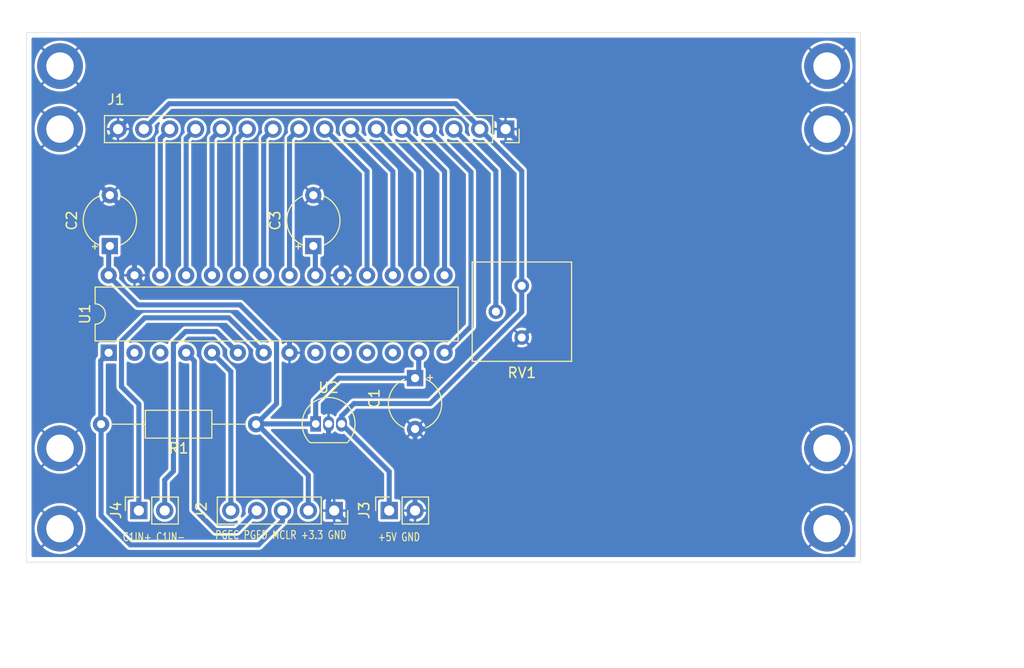
<source format=kicad_pcb>
(kicad_pcb (version 20240108) (generator "pcbnew") (generator_version "8.0")
  (layers (0 "F.Cu" signal) (31 "B.Cu" signal) (34 "B.Paste" user) (35 "F.Paste" user) (36 "B.SilkS" user "B.Silkscreen") (37 "F.SilkS" user "F.Silkscreen") (38 "B.Mask" user) (39 "F.Mask" user) (44 "Edge.Cuts" user))
  (net 0 "")
  (net 1 "GND")
  (net 2 "+3.3V")
  (net 3 "Net-(U1-VCAP)")
  (net 4 "Net-(J1-Pin_8)")
  (net 5 "Net-(J1-Pin_6)")
  (net 6 "Net-(J1-Pin_7)")
  (net 7 "Net-(J1-Pin_9)")
  (net 8 "Net-(J1-Pin_3)")
  (net 9 "+5V")
  (net 10 "Net-(J1-Pin_13)")
  (net 11 "Net-(J1-Pin_10)")
  (net 12 "Net-(J1-Pin_11)")
  (net 13 "Net-(J1-Pin_14)")
  (net 14 "Net-(J1-Pin_12)")
  (net 15 "Net-(J1-Pin_4)")
  (net 16 "Net-(J1-Pin_5)")
  (net 17 "Net-(J2-Pin_4)")
  (net 18 "Net-(J2-Pin_3)")
  (net 19 "Net-(J2-Pin_5)")
  (net 20 "Net-(J4-Pin_2)")
  (net 21 "Net-(J4-Pin_1)")
  (footprint "Capacitor_THT:CP_Radial_Tantal_D5.0mm_P5.00mm" (layer "F.Cu") (at 64.5 51 90)
    (property "Reference" "C3" (at 2.5 -3.75 90) (layer "F.SilkS"))
    (property "Value" "10uF")
    (fp_line (start -0.054775 -1.725) (end -0.054775 -1.225) (stroke (width 0.12)) (layer "F.SilkS"))
    (fp_line (start -0.304775 -1.475) (end 0.195225 -1.475) (stroke (width 0.12)) (layer "F.SilkS"))
    (fp_arc (start 0.104003 -1.06) (mid 2.5 -2.62) (end 4.895997 -1.06) (stroke (width 0.12)) (layer "F.SilkS"))
    (fp_arc (start 4.895997 1.06) (mid 2.5 2.62) (end 0.104003 1.06) (stroke (width 0.12)) (layer "F.SilkS"))
    (pad "1" thru_hole rect (at 0 0 90) (size 1.6 1.6) (drill 0.8) (layers "*.Cu" "*.Mask") (net 3 "Net-(U1-VCAP)"))
    (pad "2" thru_hole circle (at 5 0 90) (size 1.6 1.6) (drill 0.8) (layers "*.Cu" "*.Mask") (net 1 "GND"))
  )
  (footprint "MountingHole:MountingHole_2.7mm_M2.5_ISO7380_Pad" (layer "F.Cu") (at 39.6 78.8)
    (property "Reference" "H7" (hide yes))
    (property "Value" "MH_2.7")
    (pad "1" thru_hole circle (at 0 0) (size 4.5 4.5) (drill 2.7) (layers "*.Cu" "*.Mask") (net 1 "GND"))
  )
  (footprint "MountingHole:MountingHole_2.7mm_M2.5_ISO7380_Pad" (layer "F.Cu") (at 39.6 33.3)
    (property "Reference" "H1" (hide yes))
    (property "Value" "MH_2.7")
    (pad "1" thru_hole circle (at 0 0) (size 4.5 4.5) (drill 2.7) (layers "*.Cu" "*.Mask") (net 1 "GND"))
  )
  (footprint "Connector_PinSocket_2.54mm:PinSocket_1x02_P2.54mm_Vertical" (layer "F.Cu") (at 47.35 77.025 90)
    (property "Reference" "J4" (at 0.025 -2.25 90) (layer "F.SilkS"))
    (property "Value" "PinSoc02CAN")
    (fp_line (start 1.33 -1.33) (end 1.33 0) (stroke (width 0.12)) (layer "F.SilkS"))
    (fp_line (start 0 -1.33) (end 1.33 -1.33) (stroke (width 0.12)) (layer "F.SilkS"))
    (fp_line (start 1.33 1.27) (end 1.33 3.87) (stroke (width 0.12)) (layer "F.SilkS"))
    (fp_line (start -1.33 1.27) (end 1.33 1.27) (stroke (width 0.12)) (layer "F.SilkS"))
    (fp_line (start -1.33 1.27) (end -1.33 3.87) (stroke (width 0.12)) (layer "F.SilkS"))
    (fp_line (start -1.33 3.87) (end 1.33 3.87) (stroke (width 0.12)) (layer "F.SilkS"))
    (pad "1" thru_hole rect (at 0 0 90) (size 1.7 1.7) (drill 1) (layers "*.Cu" "*.Mask") (net 21 "Net-(J4-Pin_1)"))
    (pad "2" thru_hole oval (at 0 2.54 90) (size 1.7 1.7) (drill 1) (layers "*.Cu" "*.Mask") (net 20 "Net-(J4-Pin_2)"))
  )
  (footprint "Capacitor_THT:CP_Radial_Tantal_D5.0mm_P5.00mm" (layer "F.Cu") (at 44.5 51 90)
    (property "Reference" "C2" (at 2.5 -3.75 90) (layer "F.SilkS"))
    (property "Value" "100nF")
    (fp_line (start -0.054775 -1.725) (end -0.054775 -1.225) (stroke (width 0.12)) (layer "F.SilkS"))
    (fp_line (start -0.304775 -1.475) (end 0.195225 -1.475) (stroke (width 0.12)) (layer "F.SilkS"))
    (fp_arc (start 0.104003 -1.06) (mid 2.5 -2.62) (end 4.895997 -1.06) (stroke (width 0.12)) (layer "F.SilkS"))
    (fp_arc (start 4.895997 1.06) (mid 2.5 2.62) (end 0.104003 1.06) (stroke (width 0.12)) (layer "F.SilkS"))
    (pad "1" thru_hole rect (at 0 0 90) (size 1.6 1.6) (drill 0.8) (layers "*.Cu" "*.Mask") (net 2 "+3.3V"))
    (pad "2" thru_hole circle (at 5 0 90) (size 1.6 1.6) (drill 0.8) (layers "*.Cu" "*.Mask") (net 1 "GND"))
  )
  (footprint "MountingHole:MountingHole_2.7mm_M2.5_ISO7380_Pad" (layer "F.Cu") (at 39.6 39.5)
    (property "Reference" "H2" (hide yes))
    (property "Value" "MH_2.7")
    (pad "1" thru_hole circle (at 0 0) (size 4.5 4.5) (drill 2.7) (layers "*.Cu" "*.Mask") (net 1 "GND"))
  )
  (footprint "Package_TO_SOT_THT:TO-92_Inline" (layer "F.Cu") (at 64.73 68.5)
    (property "Reference" "U2" (at 1.27 -3.56 0) (layer "F.SilkS"))
    (property "Value" "LM2936-3.3_TO92")
    (fp_line (start -0.53 1.85) (end 3.07 1.85) (stroke (width 0.12)) (layer "F.SilkS"))
    (fp_arc (start -0.568478 1.838478) (mid -1.132087 -0.994977) (end 1.27 -2.6) (stroke (width 0.12)) (layer "F.SilkS"))
    (fp_arc (start 1.27 -2.6) (mid 3.672087 -0.994977) (end 3.108478 1.838478) (stroke (width 0.12)) (layer "F.SilkS"))
    (pad "1" thru_hole rect (at 0 0) (size 1.05 1.5) (drill 0.75) (layers "*.Cu" "*.Mask") (net 2 "+3.3V"))
    (pad "2" thru_hole oval (at 1.27 0) (size 1.05 1.5) (drill 0.75) (layers "*.Cu" "*.Mask") (net 1 "GND"))
    (pad "3" thru_hole oval (at 2.54 0) (size 1.05 1.5) (drill 0.75) (layers "*.Cu" "*.Mask") (net 9 "+5V"))
  )
  (footprint "Capacitor_THT:CP_Radial_Tantal_D5.0mm_P5.00mm" (layer "F.Cu") (at 74.5 64 -90)
    (property "Reference" "C1" (at 2 4 90) (layer "F.SilkS"))
    (property "Value" "100nF")
    (fp_line (start -0.304775 -1.475) (end 0.195225 -1.475) (stroke (width 0.12)) (layer "F.SilkS"))
    (fp_line (start -0.054775 -1.725) (end -0.054775 -1.225) (stroke (width 0.12)) (layer "F.SilkS"))
    (fp_arc (start 4.895997 1.06) (mid 2.5 2.62) (end 0.104003 1.06) (stroke (width 0.12)) (layer "F.SilkS"))
    (fp_arc (start 0.104003 -1.06) (mid 2.5 -2.62) (end 4.895997 -1.06) (stroke (width 0.12)) (layer "F.SilkS"))
    (pad "1" thru_hole rect (at 0 0 270) (size 1.6 1.6) (drill 0.8) (layers "*.Cu" "*.Mask") (net 2 "+3.3V"))
    (pad "2" thru_hole circle (at 5 0 270) (size 1.6 1.6) (drill 0.8) (layers "*.Cu" "*.Mask") (net 1 "GND"))
  )
  (footprint "Connector_PinSocket_2.54mm:PinSocket_1x02_P2.54mm_Vertical" (layer "F.Cu") (at 71.96 77.025 90)
    (property "Reference" "J3" (at 0.025 -2.46 90) (layer "F.SilkS"))
    (property "Value" "PinSoc02+5V")
    (fp_line (start 1.33 -1.33) (end 1.33 0) (stroke (width 0.12)) (layer "F.SilkS"))
    (fp_line (start 0 -1.33) (end 1.33 -1.33) (stroke (width 0.12)) (layer "F.SilkS"))
    (fp_line (start 1.33 1.27) (end 1.33 3.87) (stroke (width 0.12)) (layer "F.SilkS"))
    (fp_line (start -1.33 1.27) (end 1.33 1.27) (stroke (width 0.12)) (layer "F.SilkS"))
    (fp_line (start -1.33 1.27) (end -1.33 3.87) (stroke (width 0.12)) (layer "F.SilkS"))
    (fp_line (start -1.33 3.87) (end 1.33 3.87) (stroke (width 0.12)) (layer "F.SilkS"))
    (pad "1" thru_hole rect (at 0 0 90) (size 1.7 1.7) (drill 1) (layers "*.Cu" "*.Mask") (net 9 "+5V"))
    (pad "2" thru_hole oval (at 0 2.54 90) (size 1.7 1.7) (drill 1) (layers "*.Cu" "*.Mask") (net 1 "GND"))
  )
  (footprint "Potentiometer_THT:Potentiometer_Bourns_3386P_Vertical" (layer "F.Cu") (at 84.985 54.92 180)
    (property "Reference" "RV1" (at -0.015 -8.555 0) (layer "F.SilkS"))
    (property "Value" "20k_Potentiometer")
    (fp_line (start 4.87 -7.425) (end 4.87 2.345) (stroke (width 0.12)) (layer "F.SilkS"))
    (fp_line (start -4.9 2.345) (end 4.87 2.345) (stroke (width 0.12)) (layer "F.SilkS"))
    (fp_line (start -4.9 -7.425) (end 4.87 -7.425) (stroke (width 0.12)) (layer "F.SilkS"))
    (fp_line (start -4.9 -7.425) (end -4.9 2.345) (stroke (width 0.12)) (layer "F.SilkS"))
    (pad "1" thru_hole circle (at 0 0 180) (size 1.44 1.44) (drill 0.8) (layers "*.Cu" "*.Mask") (net 9 "+5V"))
    (pad "2" thru_hole circle (at 2.54 -2.54 180) (size 1.44 1.44) (drill 0.8) (layers "*.Cu" "*.Mask") (net 8 "Net-(J1-Pin_3)"))
    (pad "3" thru_hole circle (at 0 -5.08 180) (size 1.44 1.44) (drill 0.8) (layers "*.Cu" "*.Mask") (net 1 "GND"))
  )
  (footprint "MountingHole:MountingHole_2.7mm_M2.5_ISO7380_Pad" (layer "F.Cu") (at 39.6 70.9)
    (property "Reference" "H8" (hide yes))
    (property "Value" "MH_2.7")
    (pad "1" thru_hole circle (at 0 0) (size 4.5 4.5) (drill 2.7) (layers "*.Cu" "*.Mask") (net 1 "GND"))
  )
  (footprint "MountingHole:MountingHole_2.7mm_M2.5_ISO7380_Pad" (layer "F.Cu") (at 115 70.9)
    (property "Reference" "H6" (hide yes))
    (property "Value" "MH_2.7")
    (pad "1" thru_hole circle (at 0 0) (size 4.5 4.5) (drill 2.7) (layers "*.Cu" "*.Mask") (net 1 "GND"))
  )
  (footprint "Connector_PinSocket_2.54mm:PinSocket_1x16_P2.54mm_Vertical" (layer "F.Cu") (at 83.4 39.5 -90)
    (property "Reference" "J1" (at -2.9 38.3 180) (layer "F.SilkS"))
    (property "Value" "PinSoc16LCD")
    (fp_line (start -1.33 39.43) (end 1.33 39.43) (stroke (width 0.12)) (layer "F.SilkS"))
    (fp_line (start -1.33 1.27) (end -1.33 39.43) (stroke (width 0.12)) (layer "F.SilkS"))
    (fp_line (start -1.33 1.27) (end 1.33 1.27) (stroke (width 0.12)) (layer "F.SilkS"))
    (fp_line (start 1.33 1.27) (end 1.33 39.43) (stroke (width 0.12)) (layer "F.SilkS"))
    (fp_line (start 0 -1.33) (end 1.33 -1.33) (stroke (width 0.12)) (layer "F.SilkS"))
    (fp_line (start 1.33 -1.33) (end 1.33 0) (stroke (width 0.12)) (layer "F.SilkS"))
    (pad "1" thru_hole rect (at 0 0 270) (size 1.7 1.7) (drill 1) (layers "*.Cu" "*.Mask") (net 1 "GND"))
    (pad "2" thru_hole oval (at 0 2.54 270) (size 1.7 1.7) (drill 1) (layers "*.Cu" "*.Mask") (net 9 "+5V"))
    (pad "3" thru_hole oval (at 0 5.08 270) (size 1.7 1.7) (drill 1) (layers "*.Cu" "*.Mask") (net 8 "Net-(J1-Pin_3)"))
    (pad "4" thru_hole oval (at 0 7.62 270) (size 1.7 1.7) (drill 1) (layers "*.Cu" "*.Mask") (net 15 "Net-(J1-Pin_4)"))
    (pad "5" thru_hole oval (at 0 10.16 270) (size 1.7 1.7) (drill 1) (layers "*.Cu" "*.Mask") (net 16 "Net-(J1-Pin_5)"))
    (pad "6" thru_hole oval (at 0 12.7 270) (size 1.7 1.7) (drill 1) (layers "*.Cu" "*.Mask") (net 5 "Net-(J1-Pin_6)"))
    (pad "7" thru_hole oval (at 0 15.24 270) (size 1.7 1.7) (drill 1) (layers "*.Cu" "*.Mask") (net 6 "Net-(J1-Pin_7)"))
    (pad "8" thru_hole oval (at 0 17.78 270) (size 1.7 1.7) (drill 1) (layers "*.Cu" "*.Mask") (net 4 "Net-(J1-Pin_8)"))
    (pad "9" thru_hole oval (at 0 20.32 270) (size 1.7 1.7) (drill 1) (layers "*.Cu" "*.Mask") (net 7 "Net-(J1-Pin_9)"))
    (pad "10" thru_hole oval (at 0 22.86 270) (size 1.7 1.7) (drill 1) (layers "*.Cu" "*.Mask") (net 11 "Net-(J1-Pin_10)"))
    (pad "11" thru_hole oval (at 0 25.4 270) (size 1.7 1.7) (drill 1) (layers "*.Cu" "*.Mask") (net 12 "Net-(J1-Pin_11)"))
    (pad "12" thru_hole oval (at 0 27.94 270) (size 1.7 1.7) (drill 1) (layers "*.Cu" "*.Mask") (net 14 "Net-(J1-Pin_12)"))
    (pad "13" thru_hole oval (at 0 30.48 270) (size 1.7 1.7) (drill 1) (layers "*.Cu" "*.Mask") (net 10 "Net-(J1-Pin_13)"))
    (pad "14" thru_hole oval (at 0 33.02 270) (size 1.7 1.7) (drill 1) (layers "*.Cu" "*.Mask") (net 13 "Net-(J1-Pin_14)"))
    (pad "15" thru_hole oval (at 0 35.56 270) (size 1.7 1.7) (drill 1) (layers "*.Cu" "*.Mask") (net 9 "+5V"))
    (pad "16" thru_hole oval (at 0 38.1 270) (size 1.7 1.7) (drill 1) (layers "*.Cu" "*.Mask") (net 1 "GND"))
  )
  (footprint "MountingHole:MountingHole_2.7mm_M2.5_ISO7380_Pad" (layer "F.Cu") (at 115 78.8)
    (property "Reference" "H5" (hide yes))
    (property "Value" "MH_2.7")
    (pad "1" thru_hole circle (at 0 0) (size 4.5 4.5) (drill 2.7) (layers "*.Cu" "*.Mask") (net 1 "GND"))
  )
  (footprint "Connector_PinSocket_2.54mm:PinSocket_1x05_P2.54mm_Vertical" (layer "F.Cu") (at 66.55 77.025 -90)
    (property "Reference" "J2" (at -0.025 13.05 90) (layer "F.SilkS"))
    (property "Value" "PinSoc05JTAG")
    (fp_line (start -1.33 11.49) (end 1.33 11.49) (stroke (width 0.12)) (layer "F.SilkS"))
    (fp_line (start -1.33 1.27) (end -1.33 11.49) (stroke (width 0.12)) (layer "F.SilkS"))
    (fp_line (start -1.33 1.27) (end 1.33 1.27) (stroke (width 0.12)) (layer "F.SilkS"))
    (fp_line (start 1.33 1.27) (end 1.33 11.49) (stroke (width 0.12)) (layer "F.SilkS"))
    (fp_line (start 0 -1.33) (end 1.33 -1.33) (stroke (width 0.12)) (layer "F.SilkS"))
    (fp_line (start 1.33 -1.33) (end 1.33 0) (stroke (width 0.12)) (layer "F.SilkS"))
    (pad "1" thru_hole rect (at 0 0 270) (size 1.7 1.7) (drill 1) (layers "*.Cu" "*.Mask") (net 1 "GND"))
    (pad "2" thru_hole oval (at 0 2.54 270) (size 1.7 1.7) (drill 1) (layers "*.Cu" "*.Mask") (net 2 "+3.3V"))
    (pad "3" thru_hole oval (at 0 5.08 270) (size 1.7 1.7) (drill 1) (layers "*.Cu" "*.Mask") (net 18 "Net-(J2-Pin_3)"))
    (pad "4" thru_hole oval (at 0 7.62 270) (size 1.7 1.7) (drill 1) (layers "*.Cu" "*.Mask") (net 17 "Net-(J2-Pin_4)"))
    (pad "5" thru_hole oval (at 0 10.16 270) (size 1.7 1.7) (drill 1) (layers "*.Cu" "*.Mask") (net 19 "Net-(J2-Pin_5)"))
  )
  (footprint "Resistor_THT:R_Axial_DIN0207_L6.3mm_D2.5mm_P15.24mm_Horizontal" (layer "F.Cu") (at 58.8772 68.5292 180)
    (property "Reference" "R1" (at 7.62 -2.37 0) (layer "F.SilkS"))
    (property "Value" "10k")
    (fp_line (start 14.2 0) (end 10.89 0) (stroke (width 0.12)) (layer "F.SilkS"))
    (fp_line (start 10.89 1.37) (end 10.89 -1.37) (stroke (width 0.12)) (layer "F.SilkS"))
    (fp_line (start 10.89 -1.37) (end 4.35 -1.37) (stroke (width 0.12)) (layer "F.SilkS"))
    (fp_line (start 4.35 1.37) (end 10.89 1.37) (stroke (width 0.12)) (layer "F.SilkS"))
    (fp_line (start 4.35 -1.37) (end 4.35 1.37) (stroke (width 0.12)) (layer "F.SilkS"))
    (fp_line (start 1.04 0) (end 4.35 0) (stroke (width 0.12)) (layer "F.SilkS"))
    (pad "1" thru_hole circle (at 0 0 180) (size 1.6 1.6) (drill 0.8) (layers "*.Cu" "*.Mask") (net 2 "+3.3V"))
    (pad "2" thru_hole oval (at 15.24 0 180) (size 1.6 1.6) (drill 0.8) (layers "*.Cu" "*.Mask") (net 18 "Net-(J2-Pin_3)"))
  )
  (footprint "MountingHole:MountingHole_2.7mm_M2.5_ISO7380_Pad" (layer "F.Cu") (at 115 39.5)
    (property "Reference" "H4" (hide yes))
    (property "Value" "MH_2.7")
    (pad "1" thru_hole circle (at 0 0) (size 4.5 4.5) (drill 2.7) (layers "*.Cu" "*.Mask") (net 1 "GND"))
  )
  (footprint "Package_DIP:DIP-28_W7.62mm" (layer "F.Cu") (at 44.38 61.5 90)
    (property "Reference" "U1" (at 3.81 -2.33 90) (layer "F.SilkS"))
    (property "Value" "DSPIC33FJ64MC802-xSP")
    (fp_line (start 6.46 -1.33) (end 4.81 -1.33) (stroke (width 0.12)) (layer "F.SilkS"))
    (fp_line (start 2.81 -1.33) (end 1.16 -1.33) (stroke (width 0.12)) (layer "F.SilkS"))
    (fp_line (start 1.16 -1.33) (end 1.16 34.35) (stroke (width 0.12)) (layer "F.SilkS"))
    (fp_line (start 6.46 34.35) (end 6.46 -1.33) (stroke (width 0.12)) (layer "F.SilkS"))
    (fp_line (start 1.16 34.35) (end 6.46 34.35) (stroke (width 0.12)) (layer "F.SilkS"))
    (fp_arc (start 4.81 -1.33) (mid 3.81 -0.33) (end 2.81 -1.33) (stroke (width 0.12)) (layer "F.SilkS"))
    (pad "1" thru_hole rect (at 0 0 90) (size 1.6 1.6) (drill 0.8) (layers "*.Cu" "*.Mask") (net 18 "Net-(J2-Pin_3)"))
    (pad "2" thru_hole oval (at 0 2.54 90) (size 1.6 1.6) (drill 0.8) (layers "*.Cu" "*.Mask"))
    (pad "3" thru_hole oval (at 0 5.08 90) (size 1.6 1.6) (drill 0.8) (layers "*.Cu" "*.Mask"))
    (pad "4" thru_hole oval (at 0 7.62 90) (size 1.6 1.6) (drill 0.8) (layers "*.Cu" "*.Mask") (net 17 "Net-(J2-Pin_4)"))
    (pad "5" thru_hole oval (at 0 10.16 90) (size 1.6 1.6) (drill 0.8) (layers "*.Cu" "*.Mask") (net 19 "Net-(J2-Pin_5)"))
    (pad "6" thru_hole oval (at 0 12.7 90) (size 1.6 1.6) (drill 0.8) (layers "*.Cu" "*.Mask") (net 20 "Net-(J4-Pin_2)"))
    (pad "7" thru_hole oval (at 0 15.24 90) (size 1.6 1.6) (drill 0.8) (layers "*.Cu" "*.Mask") (net 21 "Net-(J4-Pin_1)"))
    (pad "8" thru_hole oval (at 0 17.78 90) (size 1.6 1.6) (drill 0.8) (layers "*.Cu" "*.Mask") (net 1 "GND"))
    (pad "9" thru_hole oval (at 0 20.32 90) (size 1.6 1.6) (drill 0.8) (layers "*.Cu" "*.Mask"))
    (pad "10" thru_hole oval (at 0 22.86 90) (size 1.6 1.6) (drill 0.8) (layers "*.Cu" "*.Mask"))
    (pad "11" thru_hole oval (at 0 25.4 90) (size 1.6 1.6) (drill 0.8) (layers "*.Cu" "*.Mask"))
    (pad "12" thru_hole oval (at 0 27.94 90) (size 1.6 1.6) (drill 0.8) (layers "*.Cu" "*.Mask"))
    (pad "13" thru_hole oval (at 0 30.48 90) (size 1.6 1.6) (drill 0.8) (layers "*.Cu" "*.Mask") (net 2 "+3.3V"))
    (pad "14" thru_hole oval (at 0 33.02 90) (size 1.6 1.6) (drill 0.8) (layers "*.Cu" "*.Mask") (net 15 "Net-(J1-Pin_4)"))
    (pad "15" thru_hole oval (at 7.62 33.02 90) (size 1.6 1.6) (drill 0.8) (layers "*.Cu" "*.Mask") (net 16 "Net-(J1-Pin_5)"))
    (pad "16" thru_hole oval (at 7.62 30.48 90) (size 1.6 1.6) (drill 0.8) (layers "*.Cu" "*.Mask") (net 5 "Net-(J1-Pin_6)"))
    (pad "17" thru_hole oval (at 7.62 27.94 90) (size 1.6 1.6) (drill 0.8) (layers "*.Cu" "*.Mask") (net 6 "Net-(J1-Pin_7)"))
    (pad "18" thru_hole oval (at 7.62 25.4 90) (size 1.6 1.6) (drill 0.8) (layers "*.Cu" "*.Mask") (net 4 "Net-(J1-Pin_8)"))
    (pad "19" thru_hole oval (at 7.62 22.86 90) (size 1.6 1.6) (drill 0.8) (layers "*.Cu" "*.Mask") (net 1 "GND"))
    (pad "20" thru_hole oval (at 7.62 20.32 90) (size 1.6 1.6) (drill 0.8) (layers "*.Cu" "*.Mask") (net 3 "Net-(U1-VCAP)"))
    (pad "21" thru_hole oval (at 7.62 17.78 90) (size 1.6 1.6) (drill 0.8) (layers "*.Cu" "*.Mask") (net 7 "Net-(J1-Pin_9)"))
    (pad "22" thru_hole oval (at 7.62 15.24 90) (size 1.6 1.6) (drill 0.8) (layers "*.Cu" "*.Mask") (net 11 "Net-(J1-Pin_10)"))
    (pad "23" thru_hole oval (at 7.62 12.7 90) (size 1.6 1.6) (drill 0.8) (layers "*.Cu" "*.Mask") (net 12 "Net-(J1-Pin_11)"))
    (pad "24" thru_hole oval (at 7.62 10.16 90) (size 1.6 1.6) (drill 0.8) (layers "*.Cu" "*.Mask") (net 14 "Net-(J1-Pin_12)"))
    (pad "25" thru_hole oval (at 7.62 7.62 90) (size 1.6 1.6) (drill 0.8) (layers "*.Cu" "*.Mask") (net 10 "Net-(J1-Pin_13)"))
    (pad "26" thru_hole oval (at 7.62 5.08 90) (size 1.6 1.6) (drill 0.8) (layers "*.Cu" "*.Mask") (net 13 "Net-(J1-Pin_14)"))
    (pad "27" thru_hole oval (at 7.62 2.54 90) (size 1.6 1.6) (drill 0.8) (layers "*.Cu" "*.Mask") (net 1 "GND"))
    (pad "28" thru_hole oval (at 7.62 0 90) (size 1.6 1.6) (drill 0.8) (layers "*.Cu" "*.Mask") (net 2 "+3.3V"))
  )
  (footprint "MountingHole:MountingHole_2.7mm_M2.5_ISO7380_Pad" (layer "F.Cu") (at 115 33.3)
    (property "Reference" "H3" (hide yes))
    (property "Value" "MH_2.7")
    (pad "1" thru_hole circle (at 0 0) (size 4.5 4.5) (drill 2.7) (layers "*.Cu" "*.Mask") (net 1 "GND"))
  )
  (gr_rect (start 36.3 30) (end 118.3 82.1) (stroke (width 0.05)) (fill none) (layer "Edge.Cuts"))
  (gr_text "C1IN+ C1IN-" (at 45.7 80.1 0) (layer "F.SilkS") (effects (font (size 0.8 0.6) (thickness 0.1)) (justify left bottom)))
  (gr_text "PGEC PGED MCLR +3.3 GND" (at 54.8 79.9 0) (layer "F.SilkS") (effects (font (size 0.8 0.6) (thickness 0.1)) (justify left bottom)))
  (gr_text "+5V GND" (at 70.8 80.1 0) (layer "F.SilkS") (effects (font (size 0.8 0.6) (thickness 0.1)) (justify left bottom)))
  (segment (start 62.16 60.16) (end 62.16 61.5) (width 0.5) (layer "B.Cu") (net 1))
  (segment (start 83.4 39.4) (end 80 36) (width 0.5) (layer "B.Cu") (net 1))
  (segment (start 43.5 41.3) (end 43.5 45) (width 0.5) (layer "B.Cu") (net 1))
  (segment (start 84.985 60) (end 87.5 57.485) (width 0.5) (layer "B.Cu") (net 1))
  (segment (start 80 36) (end 48.8 36) (width 0.5) (layer "B.Cu") (net 1))
  (segment (start 48.8 36) (end 45.3 39.5) (width 0.5) (layer "B.Cu") (net 1))
  (segment (start 67.24 55.08) (end 67.24 53.88) (width 0.5) (layer "B.Cu") (net 1))
  (segment (start 74.5 69) (end 76 69) (width 0.5) (layer "B.Cu") (net 1))
  (segment (start 46.92 53.88) (end 48.6914 55.6514) (width 0.5) (layer "B.Cu") (net 1))
  (segment (start 66.55 77.025) (end 69.225 79.7) (width 0.5) (layer "B.Cu") (net 1))
  (segment (start 87.5 57.485) (end 87.5 43.6) (width 0.5) (layer "B.Cu") (net 1))
  (segment (start 67.24 48.74) (end 64.5 46) (width 0.5) (layer "B.Cu") (net 1))
  (segment (start 44.5 46) (end 46.92 48.42) (width 0.5) (layer "B.Cu") (net 1))
  (segment (start 84.985 60.015) (end 84.985 60) (width 0.5) (layer "B.Cu") (net 1))
  (segment (start 66.55 77.025) (end 66 76.475) (width 0.5) (layer "B.Cu") (net 1))
  (segment (start 62.16 60.16) (end 67.24 55.08) (width 0.5) (layer "B.Cu") (net 1))
  (segment (start 69.225 79.7) (end 71.825 79.7) (width 0.5) (layer "B.Cu") (net 1))
  (segment (start 83.4 39.5) (end 83.4 39.4) (width 0.5) (layer "B.Cu") (net 1))
  (segment (start 74.5 77.025) (end 74.5 69) (width 0.5) (layer "B.Cu") (net 1))
  (segment (start 71.825 79.7) (end 74.5 77.025) (width 0.5) (layer "B.Cu") (net 1))
  (segment (start 57.6514 55.6514) (end 62.16 60.16) (width 0.5) (layer "B.Cu") (net 1))
  (segment (start 46.92 48.42) (end 46.92 53.88) (width 0.5) (layer "B.Cu") (net 1))
  (segment (start 43.5 45) (end 44.5 46) (width 0.5) (layer "B.Cu") (net 1))
  (segment (start 67.24 53.88) (end 67.24 48.74) (width 0.5) (layer "B.Cu") (net 1))
  (segment (start 66 76.475) (end 66 68.5) (width 0.5) (layer "B.Cu") (net 1))
  (segment (start 76 69) (end 84.985 60.015) (width 0.5) (layer "B.Cu") (net 1))
  (segment (start 45.3 39.5) (end 43.5 41.3) (width 0.5) (layer "B.Cu") (net 1))
  (segment (start 87.5 43.6) (end 83.4 39.5) (width 0.5) (layer "B.Cu") (net 1))
  (segment (start 48.6914 55.6514) (end 57.6514 55.6514) (width 0.5) (layer "B.Cu") (net 1))
  (segment (start 64.73 66.27) (end 64.73 68.5) (width 0.5) (layer "B.Cu") (net 2))
  (segment (start 67 64) (end 64.73 66.27) (width 0.5) (layer "B.Cu") (net 2))
  (segment (start 74.86 61.5) (end 74.86 63.64) (width 0.5) (layer "B.Cu") (net 2))
  (segment (start 64.01 73.5604) (end 58.9788 68.5292) (width 0.5) (layer "B.Cu") (net 2))
  (segment (start 60.8838 66.5226) (end 60.8838 60.3838) (width 0.5) (layer "B.Cu") (net 2))
  (segment (start 74.5 64) (end 67 64) (width 0.5) (layer "B.Cu") (net 2))
  (segment (start 60.8838 60.3838) (end 57.2944 56.7944) (width 0.5) (layer "B.Cu") (net 2))
  (segment (start 74.86 63.64) (end 74.5 64) (width 0.5) (layer "B.Cu") (net 2))
  (segment (start 58.8772 68.5292) (end 58.9064 68.5) (width 0.5) (layer "B.Cu") (net 2))
  (segment (start 58.9064 68.5) (end 64.73 68.5) (width 0.5) (layer "B.Cu") (net 2))
  (segment (start 57.2944 56.7944) (end 47.244 56.7944) (width 0.5) (layer "B.Cu") (net 2))
  (segment (start 64.01 77.025) (end 64.01 73.5604) (width 0.5) (layer "B.Cu") (net 2))
  (segment (start 47.244 56.7944) (end 44.38 53.9304) (width 0.5) (layer "B.Cu") (net 2))
  (segment (start 58.8772 68.5292) (end 60.8838 66.5226) (width 0.5) (layer "B.Cu") (net 2))
  (segment (start 44.38 53.88) (end 44.38 51.12) (width 0.5) (layer "B.Cu") (net 2))
  (segment (start 44.38 51.12) (end 44.5 51) (width 0.5) (layer "B.Cu") (net 2))
  (segment (start 44.38 53.9304) (end 44.38 53.88) (width 0.5) (layer "B.Cu") (net 2))
  (segment (start 58.9788 68.5292) (end 58.8772 68.5292) (width 0.5) (layer "B.Cu") (net 2))
  (segment (start 64.5 51.5) (end 64.7 51.7) (width 0.5) (layer "B.Cu") (net 3))
  (segment (start 64.5 51) (end 64.5 51.5) (width 0.5) (layer "B.Cu") (net 3))
  (segment (start 64.7 51.7) (end 64.7 53.88) (width 0.5) (layer "B.Cu") (net 3))
  (segment (start 69.78 53.88) (end 69.78 43.66) (width 0.5) (layer "B.Cu") (net 4))
  (segment (start 69.78 43.66) (end 65.62 39.5) (width 0.5) (layer "B.Cu") (net 4))
  (segment (start 74.86 53.88) (end 74.86 43.66) (width 0.5) (layer "B.Cu") (net 5))
  (segment (start 74.86 43.66) (end 70.7 39.5) (width 0.5) (layer "B.Cu") (net 5))
  (segment (start 72.32 43.66) (end 68.16 39.5) (width 0.5) (layer "B.Cu") (net 6))
  (segment (start 72.32 53.88) (end 72.32 43.66) (width 0.5) (layer "B.Cu") (net 6))
  (segment (start 62.16 40.42) (end 63.08 39.5) (width 0.5) (layer "B.Cu") (net 7))
  (segment (start 62.16 53.88) (end 62.16 40.42) (width 0.5) (layer "B.Cu") (net 7))
  (segment (start 82.445 57.46) (end 82.445 43.625) (width 0.5) (layer "B.Cu") (net 8))
  (segment (start 82.445 43.625) (end 78.32 39.5) (width 0.5) (layer "B.Cu") (net 8))
  (segment (start 78.5 37) (end 50.34 37) (width 0.5) (layer "B.Cu") (net 9))
  (segment (start 84.985 57.515) (end 84.985 54.92) (width 0.5) (layer "B.Cu") (net 9))
  (segment (start 84.985 43.625) (end 80.86 39.5) (width 0.5) (layer "B.Cu") (net 9))
  (segment (start 50.34 37) (end 47.84 39.5) (width 0.5) (layer "B.Cu") (net 9))
  (segment (start 67.27 68.5) (end 67.27 67.73) (width 0.5) (layer "B.Cu") (net 9))
  (segment (start 71.96 77.025) (end 71.96 73.19) (width 0.5) (layer "B.Cu") (net 9))
  (segment (start 84.985 54.92) (end 84.985 43.625) (width 0.5) (layer "B.Cu") (net 9))
  (segment (start 67.27 67.73) (end 68.5 66.5) (width 0.5) (layer "B.Cu") (net 9))
  (segment (start 80.86 39.5) (end 80.86 39.36) (width 0.5) (layer "B.Cu") (net 9))
  (segment (start 76 66.5) (end 84.985 57.515) (width 0.5) (layer "B.Cu") (net 9))
  (segment (start 68.5 66.5) (end 76 66.5) (width 0.5) (layer "B.Cu") (net 9))
  (segment (start 80.86 39.36) (end 78.5 37) (width 0.5) (layer "B.Cu") (net 9))
  (segment (start 71.96 73.19) (end 67.27 68.5) (width 0.5) (layer "B.Cu") (net 9))
  (segment (start 47.84 39.5) (end 47.5 39.5) (width 0.5) (layer "B.Cu") (net 9))
  (segment (start 52 40.42) (end 52.92 39.5) (width 0.5) (layer "B.Cu") (net 10))
  (segment (start 52 53.88) (end 52 40.42) (width 0.5) (layer "B.Cu") (net 10))
  (segment (start 59.62 53.88) (end 59.62 40.42) (width 0.5) (layer "B.Cu") (net 11))
  (segment (start 59.62 40.42) (end 60.54 39.5) (width 0.5) (layer "B.Cu") (net 11))
  (segment (start 57.08 40.42) (end 58 39.5) (width 0.5) (layer "B.Cu") (net 12))
  (segment (start 57.08 53.88) (end 57.08 40.42) (width 0.5) (layer "B.Cu") (net 12))
  (segment (start 49.46 40.42) (end 50.38 39.5) (width 0.5) (layer "B.Cu") (net 13))
  (segment (start 49.46 53.88) (end 49.46 40.42) (width 0.5) (layer "B.Cu") (net 13))
  (segment (start 54.54 40.42) (end 55.46 39.5) (width 0.5) (layer "B.Cu") (net 14))
  (segment (start 54.54 53.88) (end 54.54 40.42) (width 0.5) (layer "B.Cu") (net 14))
  (segment (start 80 58.9) (end 80 43.72) (width 0.5) (layer "B.Cu") (net 15))
  (segment (start 80 43.72) (end 75.78 39.5) (width 0.5) (layer "B.Cu") (net 15))
  (segment (start 77.4 61.5) (end 80 58.9) (width 0.5) (layer "B.Cu") (net 15))
  (segment (start 77.4 43.66) (end 73.24 39.5) (width 0.5) (layer "B.Cu") (net 16))
  (segment (start 77.4 53.88) (end 77.4 43.66) (width 0.5) (layer "B.Cu") (net 16))
  (segment (start 58.93 77.025) (end 56.955 79) (width 0.5) (layer "B.Cu") (net 17))
  (segment (start 52.8 76.9) (end 52.8 62.3) (width 0.5) (layer "B.Cu") (net 17))
  (segment (start 54.9 79) (end 52.8 76.9) (width 0.5) (layer "B.Cu") (net 17))
  (segment (start 56.955 79) (end 54.9 79) (width 0.5) (layer "B.Cu") (net 17))
  (segment (start 52.8 62.3) (end 52 61.5) (width 0.5) (layer "B.Cu") (net 17))
  (segment (start 43.6372 77.5372) (end 46.5 80.4) (width 0.5) (layer "B.Cu") (net 18))
  (segment (start 43.6 68.492) (end 43.6372 68.5292) (width 0.5) (layer "B.Cu") (net 18))
  (segment (start 44.38 61.5) (end 43.6 62.28) (width 0.5) (layer "B.Cu") (net 18))
  (segment (start 46.5 80.4) (end 59.1222 80.4) (width 0.5) (layer "B.Cu") (net 18))
  (segment (start 43.6372 68.5292) (end 43.6372 77.5372) (width 0.5) (layer "B.Cu") (net 18))
  (segment (start 59.1222 80.4) (end 61.47 78.0522) (width 0.5) (layer "B.Cu") (net 18))
  (segment (start 61.47 78.0522) (end 61.47 77.025) (width 0.5) (layer "B.Cu") (net 18))
  (segment (start 43.6 62.28) (end 43.6 68.492) (width 0.5) (layer "B.Cu") (net 18))
  (segment (start 56.39 77.025) (end 56.39 63.35) (width 0.5) (layer "B.Cu") (net 19))
  (segment (start 56.39 63.35) (end 54.54 61.5) (width 0.5) (layer "B.Cu") (net 19))
  (segment (start 49.89 74.01) (end 49.89 77.025) (width 0.5) (layer "B.Cu") (net 20))
  (segment (start 57.08 61.5) (end 54.9906 59.4106) (width 0.5) (layer "B.Cu") (net 20))
  (segment (start 50.7492 60.6044) (end 50.7492 73.1508) (width 0.5) (layer "B.Cu") (net 20))
  (segment (start 54.9906 59.4106) (end 51.943 59.4106) (width 0.5) (layer "B.Cu") (net 20))
  (segment (start 50.7492 73.1508) (end 49.89 74.01) (width 0.5) (layer "B.Cu") (net 20))
  (segment (start 51.943 59.4106) (end 50.7492 60.6044) (width 0.5) (layer "B.Cu") (net 20))
  (segment (start 47.35 66.55) (end 45.6438 64.8438) (width 0.5) (layer "B.Cu") (net 21))
  (segment (start 45.6438 60.3562) (end 47.9356 58.0644) (width 0.5) (layer "B.Cu") (net 21))
  (segment (start 45.6438 64.8438) (end 45.6438 60.3562) (width 0.5) (layer "B.Cu") (net 21))
  (segment (start 47.9356 58.0644) (end 56.1844 58.0644) (width 0.5) (layer "B.Cu") (net 21))
  (segment (start 47.35 77.025) (end 47.35 66.55) (width 0.5) (layer "B.Cu") (net 21))
  (segment (start 56.1844 58.0644) (end 59.62 61.5) (width 0.5) (layer "B.Cu") (net 21))
  (zone (net 1) (net_name "GND") (layer "B.Cu") (connect_pads (clearance 0.25)) (min_thickness 0.25) (fill yes (thermal_gap 0.25) (thermal_bridge_width 0.25))
    (polygon (pts (xy 123.6 26.8) (xy 123.8 27) (xy 123.8 84.5) (xy 33.9 84.5) (xy 33.7 84.3) (xy 33.7 26.8)))
  )
)
</source>
